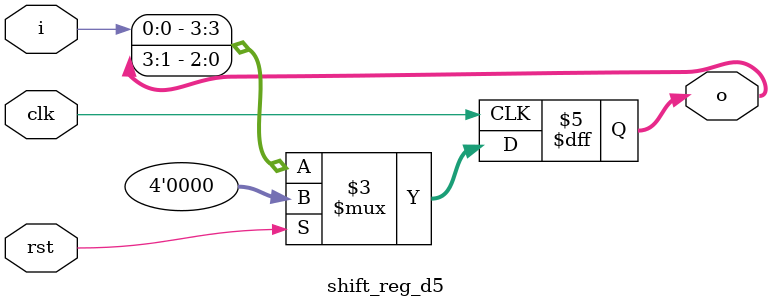
<source format=sv>
`timescale 1ns/1ps

module shift_reg_d5(
	input i,rst,clk,
	output reg [3:0]o);

	always@(posedge clk)
		if(rst)
			o <= 4'b0;
		else
			o <= {i,o[3:1]};
		


endmodule

</source>
